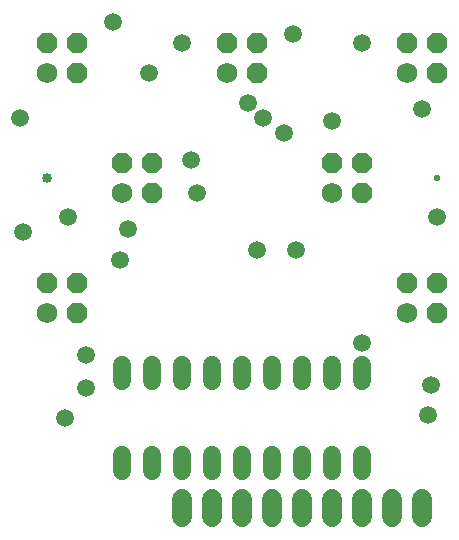
<source format=gbr>
G04 EAGLE Gerber RS-274X export*
G75*
%MOMM*%
%FSLAX34Y34*%
%LPD*%
%INSoldermask Bottom*%
%IPPOS*%
%AMOC8*
5,1,8,0,0,1.08239X$1,22.5*%
G01*
%ADD10C,0.853200*%
%ADD11C,0.553200*%
%ADD12C,1.727200*%
%ADD13C,1.727200*%
%ADD14P,1.869504X8X22.500000*%
%ADD15C,1.524000*%
%ADD16C,1.503200*%


D10*
X66040Y325120D03*
D11*
X396240Y325120D03*
D12*
X383540Y53340D02*
X383540Y38100D01*
X358140Y38100D02*
X358140Y53340D01*
X332740Y53340D02*
X332740Y38100D01*
X307340Y38100D02*
X307340Y53340D01*
X281940Y53340D02*
X281940Y38100D01*
X256540Y38100D02*
X256540Y53340D01*
X231140Y53340D02*
X231140Y38100D01*
X205740Y38100D02*
X205740Y53340D01*
X180340Y53340D02*
X180340Y38100D01*
D13*
X129540Y312420D03*
D14*
X154940Y312420D03*
X129540Y337820D03*
X154940Y337820D03*
D13*
X307340Y312420D03*
D14*
X332740Y312420D03*
X307340Y337820D03*
X332740Y337820D03*
D13*
X218440Y414020D03*
D14*
X243840Y414020D03*
X218440Y439420D03*
X243840Y439420D03*
D13*
X66040Y210820D03*
D14*
X91440Y210820D03*
X66040Y236220D03*
X91440Y236220D03*
D13*
X370840Y210820D03*
D14*
X396240Y210820D03*
X370840Y236220D03*
X396240Y236220D03*
D13*
X66040Y414020D03*
D14*
X91440Y414020D03*
X66040Y439420D03*
X91440Y439420D03*
D13*
X370840Y414020D03*
D14*
X396240Y414020D03*
X370840Y439420D03*
X396240Y439420D03*
D15*
X332740Y166624D02*
X332740Y153416D01*
X307340Y153416D02*
X307340Y166624D01*
X180340Y166624D02*
X180340Y153416D01*
X154940Y153416D02*
X154940Y166624D01*
X281940Y166624D02*
X281940Y153416D01*
X256540Y153416D02*
X256540Y166624D01*
X205740Y166624D02*
X205740Y153416D01*
X231140Y153416D02*
X231140Y166624D01*
X129540Y166624D02*
X129540Y153416D01*
X129540Y90424D02*
X129540Y77216D01*
X154940Y77216D02*
X154940Y90424D01*
X180340Y90424D02*
X180340Y77216D01*
X205740Y77216D02*
X205740Y90424D01*
X231140Y90424D02*
X231140Y77216D01*
X256540Y77216D02*
X256540Y90424D01*
X281940Y90424D02*
X281940Y77216D01*
X307340Y77216D02*
X307340Y90424D01*
X332740Y90424D02*
X332740Y77216D01*
D16*
X396240Y292100D03*
X121920Y457200D03*
X45720Y279400D03*
X274320Y447040D03*
X193040Y312420D03*
X236220Y388620D03*
X152400Y414020D03*
X383540Y383540D03*
X83820Y292100D03*
X99060Y175260D03*
X99060Y147320D03*
X43180Y375920D03*
X332740Y439420D03*
X266700Y363220D03*
X180340Y439420D03*
X248920Y375920D03*
X134620Y281940D03*
X128270Y255270D03*
X307340Y373380D03*
X388620Y124460D03*
X187960Y340360D03*
X243840Y264160D03*
X81280Y121920D03*
X276860Y264160D03*
X332740Y185420D03*
X391160Y149860D03*
M02*

</source>
